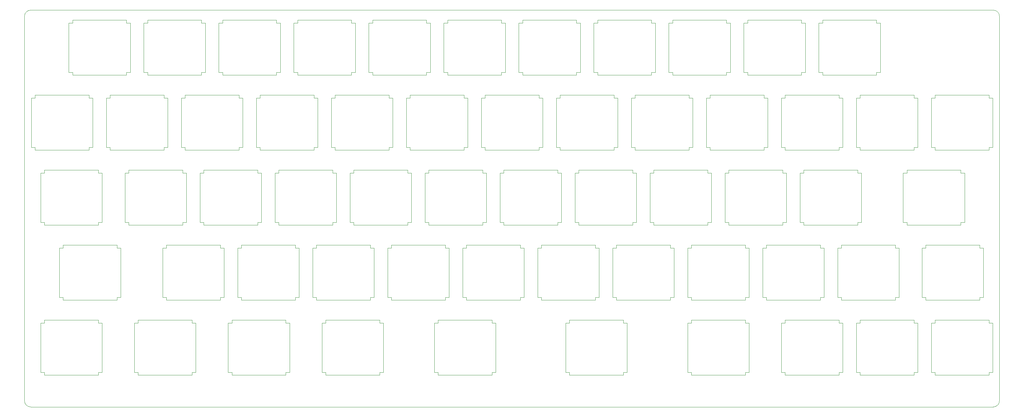
<source format=gbr>
G04 #@! TF.GenerationSoftware,KiCad,Pcbnew,(5.1.5-0-10_14)*
G04 #@! TF.CreationDate,2020-08-31T10:02:03-05:00*
G04 #@! TF.ProjectId,SithZhuyin40,53697468-5a68-4757-9969-6e34302e6b69,rev?*
G04 #@! TF.SameCoordinates,Original*
G04 #@! TF.FileFunction,Profile,NP*
%FSLAX46Y46*%
G04 Gerber Fmt 4.6, Leading zero omitted, Abs format (unit mm)*
G04 Created by KiCad (PCBNEW (5.1.5-0-10_14)) date 2020-08-31 10:02:03*
%MOMM*%
%LPD*%
G04 APERTURE LIST*
%ADD10C,0.050000*%
%ADD11C,0.120000*%
G04 APERTURE END LIST*
D10*
X32543750Y-46831250D02*
G75*
G02X34131250Y-45243750I1587500J0D01*
G01*
X32543750Y-53181250D02*
X32543750Y-46831250D01*
X43656250Y-45243750D02*
X34131250Y-45243750D01*
X278606250Y-45243750D02*
G75*
G02X280193750Y-46831250I0J-1587500D01*
G01*
X280193750Y-53181250D02*
X280193750Y-46831250D01*
X250031250Y-45243750D02*
X278606250Y-45243750D01*
X280193750Y-144462500D02*
G75*
G02X278606250Y-146050000I-1587500J0D01*
G01*
X34131250Y-146050000D02*
G75*
G02X32543750Y-144462500I0J1587500D01*
G01*
X280193750Y-144462500D02*
X280193750Y-53181250D01*
X34131250Y-146050000D02*
X278606250Y-146050000D01*
X32543750Y-53181250D02*
X32543750Y-144462500D01*
X250031250Y-45243750D02*
X43656250Y-45243750D01*
D11*
X263818750Y-124718750D02*
X263818750Y-123968750D01*
X263818750Y-123968750D02*
X277518750Y-123968750D01*
X277518750Y-123968750D02*
X277518750Y-124718750D01*
X277518750Y-124718750D02*
X278468750Y-124718750D01*
X278468750Y-124718750D02*
X278468750Y-137218750D01*
X278468750Y-137218750D02*
X277518750Y-137218750D01*
X277518750Y-137218750D02*
X277518750Y-137968750D01*
X277518750Y-137968750D02*
X263818750Y-137968750D01*
X263818750Y-137968750D02*
X263818750Y-137218750D01*
X263818750Y-137218750D02*
X262868750Y-137218750D01*
X262868750Y-137218750D02*
X262868750Y-124718750D01*
X262868750Y-124718750D02*
X263818750Y-124718750D01*
X244768750Y-124718750D02*
X244768750Y-123968750D01*
X244768750Y-123968750D02*
X258468750Y-123968750D01*
X258468750Y-123968750D02*
X258468750Y-124718750D01*
X258468750Y-124718750D02*
X259418750Y-124718750D01*
X259418750Y-124718750D02*
X259418750Y-137218750D01*
X259418750Y-137218750D02*
X258468750Y-137218750D01*
X258468750Y-137218750D02*
X258468750Y-137968750D01*
X258468750Y-137968750D02*
X244768750Y-137968750D01*
X244768750Y-137968750D02*
X244768750Y-137218750D01*
X244768750Y-137218750D02*
X243818750Y-137218750D01*
X243818750Y-137218750D02*
X243818750Y-124718750D01*
X243818750Y-124718750D02*
X244768750Y-124718750D01*
X225718750Y-124718750D02*
X225718750Y-123968750D01*
X225718750Y-123968750D02*
X239418750Y-123968750D01*
X239418750Y-123968750D02*
X239418750Y-124718750D01*
X239418750Y-124718750D02*
X240368750Y-124718750D01*
X240368750Y-124718750D02*
X240368750Y-137218750D01*
X240368750Y-137218750D02*
X239418750Y-137218750D01*
X239418750Y-137218750D02*
X239418750Y-137968750D01*
X239418750Y-137968750D02*
X225718750Y-137968750D01*
X225718750Y-137968750D02*
X225718750Y-137218750D01*
X225718750Y-137218750D02*
X224768750Y-137218750D01*
X224768750Y-137218750D02*
X224768750Y-124718750D01*
X224768750Y-124718750D02*
X225718750Y-124718750D01*
X201906250Y-124718750D02*
X201906250Y-123968750D01*
X201906250Y-123968750D02*
X215606250Y-123968750D01*
X215606250Y-123968750D02*
X215606250Y-124718750D01*
X215606250Y-124718750D02*
X216556250Y-124718750D01*
X216556250Y-124718750D02*
X216556250Y-137218750D01*
X216556250Y-137218750D02*
X215606250Y-137218750D01*
X215606250Y-137218750D02*
X215606250Y-137968750D01*
X215606250Y-137968750D02*
X201906250Y-137968750D01*
X201906250Y-137968750D02*
X201906250Y-137218750D01*
X201906250Y-137218750D02*
X200956250Y-137218750D01*
X200956250Y-137218750D02*
X200956250Y-124718750D01*
X200956250Y-124718750D02*
X201906250Y-124718750D01*
X170950000Y-124718750D02*
X170950000Y-123968750D01*
X170950000Y-123968750D02*
X184650000Y-123968750D01*
X184650000Y-123968750D02*
X184650000Y-124718750D01*
X184650000Y-124718750D02*
X185600000Y-124718750D01*
X185600000Y-124718750D02*
X185600000Y-137218750D01*
X185600000Y-137218750D02*
X184650000Y-137218750D01*
X184650000Y-137218750D02*
X184650000Y-137968750D01*
X184650000Y-137968750D02*
X170950000Y-137968750D01*
X170950000Y-137968750D02*
X170950000Y-137218750D01*
X170950000Y-137218750D02*
X170000000Y-137218750D01*
X170000000Y-137218750D02*
X170000000Y-124718750D01*
X170000000Y-124718750D02*
X170950000Y-124718750D01*
X137612500Y-124718750D02*
X137612500Y-123968750D01*
X137612500Y-123968750D02*
X151312500Y-123968750D01*
X151312500Y-123968750D02*
X151312500Y-124718750D01*
X151312500Y-124718750D02*
X152262500Y-124718750D01*
X152262500Y-124718750D02*
X152262500Y-137218750D01*
X152262500Y-137218750D02*
X151312500Y-137218750D01*
X151312500Y-137218750D02*
X151312500Y-137968750D01*
X151312500Y-137968750D02*
X137612500Y-137968750D01*
X137612500Y-137968750D02*
X137612500Y-137218750D01*
X137612500Y-137218750D02*
X136662500Y-137218750D01*
X136662500Y-137218750D02*
X136662500Y-124718750D01*
X136662500Y-124718750D02*
X137612500Y-124718750D01*
X109037500Y-124718750D02*
X109037500Y-123968750D01*
X109037500Y-123968750D02*
X122737500Y-123968750D01*
X122737500Y-123968750D02*
X122737500Y-124718750D01*
X122737500Y-124718750D02*
X123687500Y-124718750D01*
X123687500Y-124718750D02*
X123687500Y-137218750D01*
X123687500Y-137218750D02*
X122737500Y-137218750D01*
X122737500Y-137218750D02*
X122737500Y-137968750D01*
X122737500Y-137968750D02*
X109037500Y-137968750D01*
X109037500Y-137968750D02*
X109037500Y-137218750D01*
X109037500Y-137218750D02*
X108087500Y-137218750D01*
X108087500Y-137218750D02*
X108087500Y-124718750D01*
X108087500Y-124718750D02*
X109037500Y-124718750D01*
X85225000Y-124718750D02*
X85225000Y-123968750D01*
X85225000Y-123968750D02*
X98925000Y-123968750D01*
X98925000Y-123968750D02*
X98925000Y-124718750D01*
X98925000Y-124718750D02*
X99875000Y-124718750D01*
X99875000Y-124718750D02*
X99875000Y-137218750D01*
X99875000Y-137218750D02*
X98925000Y-137218750D01*
X98925000Y-137218750D02*
X98925000Y-137968750D01*
X98925000Y-137968750D02*
X85225000Y-137968750D01*
X85225000Y-137968750D02*
X85225000Y-137218750D01*
X85225000Y-137218750D02*
X84275000Y-137218750D01*
X84275000Y-137218750D02*
X84275000Y-124718750D01*
X84275000Y-124718750D02*
X85225000Y-124718750D01*
X61412500Y-124718750D02*
X61412500Y-123968750D01*
X61412500Y-123968750D02*
X75112500Y-123968750D01*
X75112500Y-123968750D02*
X75112500Y-124718750D01*
X75112500Y-124718750D02*
X76062500Y-124718750D01*
X76062500Y-124718750D02*
X76062500Y-137218750D01*
X76062500Y-137218750D02*
X75112500Y-137218750D01*
X75112500Y-137218750D02*
X75112500Y-137968750D01*
X75112500Y-137968750D02*
X61412500Y-137968750D01*
X61412500Y-137968750D02*
X61412500Y-137218750D01*
X61412500Y-137218750D02*
X60462500Y-137218750D01*
X60462500Y-137218750D02*
X60462500Y-124718750D01*
X60462500Y-124718750D02*
X61412500Y-124718750D01*
X37600000Y-124718750D02*
X37600000Y-123968750D01*
X37600000Y-123968750D02*
X51300000Y-123968750D01*
X51300000Y-123968750D02*
X51300000Y-124718750D01*
X51300000Y-124718750D02*
X52250000Y-124718750D01*
X52250000Y-124718750D02*
X52250000Y-137218750D01*
X52250000Y-137218750D02*
X51300000Y-137218750D01*
X51300000Y-137218750D02*
X51300000Y-137968750D01*
X51300000Y-137968750D02*
X37600000Y-137968750D01*
X37600000Y-137968750D02*
X37600000Y-137218750D01*
X37600000Y-137218750D02*
X36650000Y-137218750D01*
X36650000Y-137218750D02*
X36650000Y-124718750D01*
X36650000Y-124718750D02*
X37600000Y-124718750D01*
X261437500Y-105668750D02*
X261437500Y-104918750D01*
X261437500Y-104918750D02*
X275137500Y-104918750D01*
X275137500Y-104918750D02*
X275137500Y-105668750D01*
X275137500Y-105668750D02*
X276087500Y-105668750D01*
X276087500Y-105668750D02*
X276087500Y-118168750D01*
X276087500Y-118168750D02*
X275137500Y-118168750D01*
X275137500Y-118168750D02*
X275137500Y-118918750D01*
X275137500Y-118918750D02*
X261437500Y-118918750D01*
X261437500Y-118918750D02*
X261437500Y-118168750D01*
X261437500Y-118168750D02*
X260487500Y-118168750D01*
X260487500Y-118168750D02*
X260487500Y-105668750D01*
X260487500Y-105668750D02*
X261437500Y-105668750D01*
X240006250Y-105668750D02*
X240006250Y-104918750D01*
X240006250Y-104918750D02*
X253706250Y-104918750D01*
X253706250Y-104918750D02*
X253706250Y-105668750D01*
X253706250Y-105668750D02*
X254656250Y-105668750D01*
X254656250Y-105668750D02*
X254656250Y-118168750D01*
X254656250Y-118168750D02*
X253706250Y-118168750D01*
X253706250Y-118168750D02*
X253706250Y-118918750D01*
X253706250Y-118918750D02*
X240006250Y-118918750D01*
X240006250Y-118918750D02*
X240006250Y-118168750D01*
X240006250Y-118168750D02*
X239056250Y-118168750D01*
X239056250Y-118168750D02*
X239056250Y-105668750D01*
X239056250Y-105668750D02*
X240006250Y-105668750D01*
X220956250Y-105668750D02*
X220956250Y-104918750D01*
X220956250Y-104918750D02*
X234656250Y-104918750D01*
X234656250Y-104918750D02*
X234656250Y-105668750D01*
X234656250Y-105668750D02*
X235606250Y-105668750D01*
X235606250Y-105668750D02*
X235606250Y-118168750D01*
X235606250Y-118168750D02*
X234656250Y-118168750D01*
X234656250Y-118168750D02*
X234656250Y-118918750D01*
X234656250Y-118918750D02*
X220956250Y-118918750D01*
X220956250Y-118918750D02*
X220956250Y-118168750D01*
X220956250Y-118168750D02*
X220006250Y-118168750D01*
X220006250Y-118168750D02*
X220006250Y-105668750D01*
X220006250Y-105668750D02*
X220956250Y-105668750D01*
X201906250Y-105668750D02*
X201906250Y-104918750D01*
X201906250Y-104918750D02*
X215606250Y-104918750D01*
X215606250Y-104918750D02*
X215606250Y-105668750D01*
X215606250Y-105668750D02*
X216556250Y-105668750D01*
X216556250Y-105668750D02*
X216556250Y-118168750D01*
X216556250Y-118168750D02*
X215606250Y-118168750D01*
X215606250Y-118168750D02*
X215606250Y-118918750D01*
X215606250Y-118918750D02*
X201906250Y-118918750D01*
X201906250Y-118918750D02*
X201906250Y-118168750D01*
X201906250Y-118168750D02*
X200956250Y-118168750D01*
X200956250Y-118168750D02*
X200956250Y-105668750D01*
X200956250Y-105668750D02*
X201906250Y-105668750D01*
X182856250Y-105668750D02*
X182856250Y-104918750D01*
X182856250Y-104918750D02*
X196556250Y-104918750D01*
X196556250Y-104918750D02*
X196556250Y-105668750D01*
X196556250Y-105668750D02*
X197506250Y-105668750D01*
X197506250Y-105668750D02*
X197506250Y-118168750D01*
X197506250Y-118168750D02*
X196556250Y-118168750D01*
X196556250Y-118168750D02*
X196556250Y-118918750D01*
X196556250Y-118918750D02*
X182856250Y-118918750D01*
X182856250Y-118918750D02*
X182856250Y-118168750D01*
X182856250Y-118168750D02*
X181906250Y-118168750D01*
X181906250Y-118168750D02*
X181906250Y-105668750D01*
X181906250Y-105668750D02*
X182856250Y-105668750D01*
X163806250Y-105668750D02*
X163806250Y-104918750D01*
X163806250Y-104918750D02*
X177506250Y-104918750D01*
X177506250Y-104918750D02*
X177506250Y-105668750D01*
X177506250Y-105668750D02*
X178456250Y-105668750D01*
X178456250Y-105668750D02*
X178456250Y-118168750D01*
X178456250Y-118168750D02*
X177506250Y-118168750D01*
X177506250Y-118168750D02*
X177506250Y-118918750D01*
X177506250Y-118918750D02*
X163806250Y-118918750D01*
X163806250Y-118918750D02*
X163806250Y-118168750D01*
X163806250Y-118168750D02*
X162856250Y-118168750D01*
X162856250Y-118168750D02*
X162856250Y-105668750D01*
X162856250Y-105668750D02*
X163806250Y-105668750D01*
X144756250Y-105668750D02*
X144756250Y-104918750D01*
X144756250Y-104918750D02*
X158456250Y-104918750D01*
X158456250Y-104918750D02*
X158456250Y-105668750D01*
X158456250Y-105668750D02*
X159406250Y-105668750D01*
X159406250Y-105668750D02*
X159406250Y-118168750D01*
X159406250Y-118168750D02*
X158456250Y-118168750D01*
X158456250Y-118168750D02*
X158456250Y-118918750D01*
X158456250Y-118918750D02*
X144756250Y-118918750D01*
X144756250Y-118918750D02*
X144756250Y-118168750D01*
X144756250Y-118168750D02*
X143806250Y-118168750D01*
X143806250Y-118168750D02*
X143806250Y-105668750D01*
X143806250Y-105668750D02*
X144756250Y-105668750D01*
X125706250Y-105668750D02*
X125706250Y-104918750D01*
X125706250Y-104918750D02*
X139406250Y-104918750D01*
X139406250Y-104918750D02*
X139406250Y-105668750D01*
X139406250Y-105668750D02*
X140356250Y-105668750D01*
X140356250Y-105668750D02*
X140356250Y-118168750D01*
X140356250Y-118168750D02*
X139406250Y-118168750D01*
X139406250Y-118168750D02*
X139406250Y-118918750D01*
X139406250Y-118918750D02*
X125706250Y-118918750D01*
X125706250Y-118918750D02*
X125706250Y-118168750D01*
X125706250Y-118168750D02*
X124756250Y-118168750D01*
X124756250Y-118168750D02*
X124756250Y-105668750D01*
X124756250Y-105668750D02*
X125706250Y-105668750D01*
X106656250Y-105668750D02*
X106656250Y-104918750D01*
X106656250Y-104918750D02*
X120356250Y-104918750D01*
X120356250Y-104918750D02*
X120356250Y-105668750D01*
X120356250Y-105668750D02*
X121306250Y-105668750D01*
X121306250Y-105668750D02*
X121306250Y-118168750D01*
X121306250Y-118168750D02*
X120356250Y-118168750D01*
X120356250Y-118168750D02*
X120356250Y-118918750D01*
X120356250Y-118918750D02*
X106656250Y-118918750D01*
X106656250Y-118918750D02*
X106656250Y-118168750D01*
X106656250Y-118168750D02*
X105706250Y-118168750D01*
X105706250Y-118168750D02*
X105706250Y-105668750D01*
X105706250Y-105668750D02*
X106656250Y-105668750D01*
X87606250Y-105668750D02*
X87606250Y-104918750D01*
X87606250Y-104918750D02*
X101306250Y-104918750D01*
X101306250Y-104918750D02*
X101306250Y-105668750D01*
X101306250Y-105668750D02*
X102256250Y-105668750D01*
X102256250Y-105668750D02*
X102256250Y-118168750D01*
X102256250Y-118168750D02*
X101306250Y-118168750D01*
X101306250Y-118168750D02*
X101306250Y-118918750D01*
X101306250Y-118918750D02*
X87606250Y-118918750D01*
X87606250Y-118918750D02*
X87606250Y-118168750D01*
X87606250Y-118168750D02*
X86656250Y-118168750D01*
X86656250Y-118168750D02*
X86656250Y-105668750D01*
X86656250Y-105668750D02*
X87606250Y-105668750D01*
X68556250Y-105668750D02*
X68556250Y-104918750D01*
X68556250Y-104918750D02*
X82256250Y-104918750D01*
X82256250Y-104918750D02*
X82256250Y-105668750D01*
X82256250Y-105668750D02*
X83206250Y-105668750D01*
X83206250Y-105668750D02*
X83206250Y-118168750D01*
X83206250Y-118168750D02*
X82256250Y-118168750D01*
X82256250Y-118168750D02*
X82256250Y-118918750D01*
X82256250Y-118918750D02*
X68556250Y-118918750D01*
X68556250Y-118918750D02*
X68556250Y-118168750D01*
X68556250Y-118168750D02*
X67606250Y-118168750D01*
X67606250Y-118168750D02*
X67606250Y-105668750D01*
X67606250Y-105668750D02*
X68556250Y-105668750D01*
X42362500Y-105668750D02*
X42362500Y-104918750D01*
X42362500Y-104918750D02*
X56062500Y-104918750D01*
X56062500Y-104918750D02*
X56062500Y-105668750D01*
X56062500Y-105668750D02*
X57012500Y-105668750D01*
X57012500Y-105668750D02*
X57012500Y-118168750D01*
X57012500Y-118168750D02*
X56062500Y-118168750D01*
X56062500Y-118168750D02*
X56062500Y-118918750D01*
X56062500Y-118918750D02*
X42362500Y-118918750D01*
X42362500Y-118918750D02*
X42362500Y-118168750D01*
X42362500Y-118168750D02*
X41412500Y-118168750D01*
X41412500Y-118168750D02*
X41412500Y-105668750D01*
X41412500Y-105668750D02*
X42362500Y-105668750D01*
X256675000Y-86618750D02*
X256675000Y-85868750D01*
X256675000Y-85868750D02*
X270375000Y-85868750D01*
X270375000Y-85868750D02*
X270375000Y-86618750D01*
X270375000Y-86618750D02*
X271325000Y-86618750D01*
X271325000Y-86618750D02*
X271325000Y-99118750D01*
X271325000Y-99118750D02*
X270375000Y-99118750D01*
X270375000Y-99118750D02*
X270375000Y-99868750D01*
X270375000Y-99868750D02*
X256675000Y-99868750D01*
X256675000Y-99868750D02*
X256675000Y-99118750D01*
X256675000Y-99118750D02*
X255725000Y-99118750D01*
X255725000Y-99118750D02*
X255725000Y-86618750D01*
X255725000Y-86618750D02*
X256675000Y-86618750D01*
X230481250Y-86618750D02*
X230481250Y-85868750D01*
X230481250Y-85868750D02*
X244181250Y-85868750D01*
X244181250Y-85868750D02*
X244181250Y-86618750D01*
X244181250Y-86618750D02*
X245131250Y-86618750D01*
X245131250Y-86618750D02*
X245131250Y-99118750D01*
X245131250Y-99118750D02*
X244181250Y-99118750D01*
X244181250Y-99118750D02*
X244181250Y-99868750D01*
X244181250Y-99868750D02*
X230481250Y-99868750D01*
X230481250Y-99868750D02*
X230481250Y-99118750D01*
X230481250Y-99118750D02*
X229531250Y-99118750D01*
X229531250Y-99118750D02*
X229531250Y-86618750D01*
X229531250Y-86618750D02*
X230481250Y-86618750D01*
X211431250Y-86618750D02*
X211431250Y-85868750D01*
X211431250Y-85868750D02*
X225131250Y-85868750D01*
X225131250Y-85868750D02*
X225131250Y-86618750D01*
X225131250Y-86618750D02*
X226081250Y-86618750D01*
X226081250Y-86618750D02*
X226081250Y-99118750D01*
X226081250Y-99118750D02*
X225131250Y-99118750D01*
X225131250Y-99118750D02*
X225131250Y-99868750D01*
X225131250Y-99868750D02*
X211431250Y-99868750D01*
X211431250Y-99868750D02*
X211431250Y-99118750D01*
X211431250Y-99118750D02*
X210481250Y-99118750D01*
X210481250Y-99118750D02*
X210481250Y-86618750D01*
X210481250Y-86618750D02*
X211431250Y-86618750D01*
X192381250Y-86618750D02*
X192381250Y-85868750D01*
X192381250Y-85868750D02*
X206081250Y-85868750D01*
X206081250Y-85868750D02*
X206081250Y-86618750D01*
X206081250Y-86618750D02*
X207031250Y-86618750D01*
X207031250Y-86618750D02*
X207031250Y-99118750D01*
X207031250Y-99118750D02*
X206081250Y-99118750D01*
X206081250Y-99118750D02*
X206081250Y-99868750D01*
X206081250Y-99868750D02*
X192381250Y-99868750D01*
X192381250Y-99868750D02*
X192381250Y-99118750D01*
X192381250Y-99118750D02*
X191431250Y-99118750D01*
X191431250Y-99118750D02*
X191431250Y-86618750D01*
X191431250Y-86618750D02*
X192381250Y-86618750D01*
X173331250Y-86618750D02*
X173331250Y-85868750D01*
X173331250Y-85868750D02*
X187031250Y-85868750D01*
X187031250Y-85868750D02*
X187031250Y-86618750D01*
X187031250Y-86618750D02*
X187981250Y-86618750D01*
X187981250Y-86618750D02*
X187981250Y-99118750D01*
X187981250Y-99118750D02*
X187031250Y-99118750D01*
X187031250Y-99118750D02*
X187031250Y-99868750D01*
X187031250Y-99868750D02*
X173331250Y-99868750D01*
X173331250Y-99868750D02*
X173331250Y-99118750D01*
X173331250Y-99118750D02*
X172381250Y-99118750D01*
X172381250Y-99118750D02*
X172381250Y-86618750D01*
X172381250Y-86618750D02*
X173331250Y-86618750D01*
X154281250Y-86618750D02*
X154281250Y-85868750D01*
X154281250Y-85868750D02*
X167981250Y-85868750D01*
X167981250Y-85868750D02*
X167981250Y-86618750D01*
X167981250Y-86618750D02*
X168931250Y-86618750D01*
X168931250Y-86618750D02*
X168931250Y-99118750D01*
X168931250Y-99118750D02*
X167981250Y-99118750D01*
X167981250Y-99118750D02*
X167981250Y-99868750D01*
X167981250Y-99868750D02*
X154281250Y-99868750D01*
X154281250Y-99868750D02*
X154281250Y-99118750D01*
X154281250Y-99118750D02*
X153331250Y-99118750D01*
X153331250Y-99118750D02*
X153331250Y-86618750D01*
X153331250Y-86618750D02*
X154281250Y-86618750D01*
X135231250Y-86618750D02*
X135231250Y-85868750D01*
X135231250Y-85868750D02*
X148931250Y-85868750D01*
X148931250Y-85868750D02*
X148931250Y-86618750D01*
X148931250Y-86618750D02*
X149881250Y-86618750D01*
X149881250Y-86618750D02*
X149881250Y-99118750D01*
X149881250Y-99118750D02*
X148931250Y-99118750D01*
X148931250Y-99118750D02*
X148931250Y-99868750D01*
X148931250Y-99868750D02*
X135231250Y-99868750D01*
X135231250Y-99868750D02*
X135231250Y-99118750D01*
X135231250Y-99118750D02*
X134281250Y-99118750D01*
X134281250Y-99118750D02*
X134281250Y-86618750D01*
X134281250Y-86618750D02*
X135231250Y-86618750D01*
X116181250Y-86618750D02*
X116181250Y-85868750D01*
X116181250Y-85868750D02*
X129881250Y-85868750D01*
X129881250Y-85868750D02*
X129881250Y-86618750D01*
X129881250Y-86618750D02*
X130831250Y-86618750D01*
X130831250Y-86618750D02*
X130831250Y-99118750D01*
X130831250Y-99118750D02*
X129881250Y-99118750D01*
X129881250Y-99118750D02*
X129881250Y-99868750D01*
X129881250Y-99868750D02*
X116181250Y-99868750D01*
X116181250Y-99868750D02*
X116181250Y-99118750D01*
X116181250Y-99118750D02*
X115231250Y-99118750D01*
X115231250Y-99118750D02*
X115231250Y-86618750D01*
X115231250Y-86618750D02*
X116181250Y-86618750D01*
X97131250Y-86618750D02*
X97131250Y-85868750D01*
X97131250Y-85868750D02*
X110831250Y-85868750D01*
X110831250Y-85868750D02*
X110831250Y-86618750D01*
X110831250Y-86618750D02*
X111781250Y-86618750D01*
X111781250Y-86618750D02*
X111781250Y-99118750D01*
X111781250Y-99118750D02*
X110831250Y-99118750D01*
X110831250Y-99118750D02*
X110831250Y-99868750D01*
X110831250Y-99868750D02*
X97131250Y-99868750D01*
X97131250Y-99868750D02*
X97131250Y-99118750D01*
X97131250Y-99118750D02*
X96181250Y-99118750D01*
X96181250Y-99118750D02*
X96181250Y-86618750D01*
X96181250Y-86618750D02*
X97131250Y-86618750D01*
X78081250Y-86618750D02*
X78081250Y-85868750D01*
X78081250Y-85868750D02*
X91781250Y-85868750D01*
X91781250Y-85868750D02*
X91781250Y-86618750D01*
X91781250Y-86618750D02*
X92731250Y-86618750D01*
X92731250Y-86618750D02*
X92731250Y-99118750D01*
X92731250Y-99118750D02*
X91781250Y-99118750D01*
X91781250Y-99118750D02*
X91781250Y-99868750D01*
X91781250Y-99868750D02*
X78081250Y-99868750D01*
X78081250Y-99868750D02*
X78081250Y-99118750D01*
X78081250Y-99118750D02*
X77131250Y-99118750D01*
X77131250Y-99118750D02*
X77131250Y-86618750D01*
X77131250Y-86618750D02*
X78081250Y-86618750D01*
X59031250Y-86618750D02*
X59031250Y-85868750D01*
X59031250Y-85868750D02*
X72731250Y-85868750D01*
X72731250Y-85868750D02*
X72731250Y-86618750D01*
X72731250Y-86618750D02*
X73681250Y-86618750D01*
X73681250Y-86618750D02*
X73681250Y-99118750D01*
X73681250Y-99118750D02*
X72731250Y-99118750D01*
X72731250Y-99118750D02*
X72731250Y-99868750D01*
X72731250Y-99868750D02*
X59031250Y-99868750D01*
X59031250Y-99868750D02*
X59031250Y-99118750D01*
X59031250Y-99118750D02*
X58081250Y-99118750D01*
X58081250Y-99118750D02*
X58081250Y-86618750D01*
X58081250Y-86618750D02*
X59031250Y-86618750D01*
X37600000Y-86618750D02*
X37600000Y-85868750D01*
X37600000Y-85868750D02*
X51300000Y-85868750D01*
X51300000Y-85868750D02*
X51300000Y-86618750D01*
X51300000Y-86618750D02*
X52250000Y-86618750D01*
X52250000Y-86618750D02*
X52250000Y-99118750D01*
X52250000Y-99118750D02*
X51300000Y-99118750D01*
X51300000Y-99118750D02*
X51300000Y-99868750D01*
X51300000Y-99868750D02*
X37600000Y-99868750D01*
X37600000Y-99868750D02*
X37600000Y-99118750D01*
X37600000Y-99118750D02*
X36650000Y-99118750D01*
X36650000Y-99118750D02*
X36650000Y-86618750D01*
X36650000Y-86618750D02*
X37600000Y-86618750D01*
X263818750Y-67568750D02*
X263818750Y-66818750D01*
X263818750Y-66818750D02*
X277518750Y-66818750D01*
X277518750Y-66818750D02*
X277518750Y-67568750D01*
X277518750Y-67568750D02*
X278468750Y-67568750D01*
X278468750Y-67568750D02*
X278468750Y-80068750D01*
X278468750Y-80068750D02*
X277518750Y-80068750D01*
X277518750Y-80068750D02*
X277518750Y-80818750D01*
X277518750Y-80818750D02*
X263818750Y-80818750D01*
X263818750Y-80818750D02*
X263818750Y-80068750D01*
X263818750Y-80068750D02*
X262868750Y-80068750D01*
X262868750Y-80068750D02*
X262868750Y-67568750D01*
X262868750Y-67568750D02*
X263818750Y-67568750D01*
X225718750Y-67568750D02*
X225718750Y-66818750D01*
X225718750Y-66818750D02*
X239418750Y-66818750D01*
X239418750Y-66818750D02*
X239418750Y-67568750D01*
X239418750Y-67568750D02*
X240368750Y-67568750D01*
X240368750Y-67568750D02*
X240368750Y-80068750D01*
X240368750Y-80068750D02*
X239418750Y-80068750D01*
X239418750Y-80068750D02*
X239418750Y-80818750D01*
X239418750Y-80818750D02*
X225718750Y-80818750D01*
X225718750Y-80818750D02*
X225718750Y-80068750D01*
X225718750Y-80068750D02*
X224768750Y-80068750D01*
X224768750Y-80068750D02*
X224768750Y-67568750D01*
X224768750Y-67568750D02*
X225718750Y-67568750D01*
X206668750Y-67568750D02*
X206668750Y-66818750D01*
X206668750Y-66818750D02*
X220368750Y-66818750D01*
X220368750Y-66818750D02*
X220368750Y-67568750D01*
X220368750Y-67568750D02*
X221318750Y-67568750D01*
X221318750Y-67568750D02*
X221318750Y-80068750D01*
X221318750Y-80068750D02*
X220368750Y-80068750D01*
X220368750Y-80068750D02*
X220368750Y-80818750D01*
X220368750Y-80818750D02*
X206668750Y-80818750D01*
X206668750Y-80818750D02*
X206668750Y-80068750D01*
X206668750Y-80068750D02*
X205718750Y-80068750D01*
X205718750Y-80068750D02*
X205718750Y-67568750D01*
X205718750Y-67568750D02*
X206668750Y-67568750D01*
X187618750Y-67568750D02*
X187618750Y-66818750D01*
X187618750Y-66818750D02*
X201318750Y-66818750D01*
X201318750Y-66818750D02*
X201318750Y-67568750D01*
X201318750Y-67568750D02*
X202268750Y-67568750D01*
X202268750Y-67568750D02*
X202268750Y-80068750D01*
X202268750Y-80068750D02*
X201318750Y-80068750D01*
X201318750Y-80068750D02*
X201318750Y-80818750D01*
X201318750Y-80818750D02*
X187618750Y-80818750D01*
X187618750Y-80818750D02*
X187618750Y-80068750D01*
X187618750Y-80068750D02*
X186668750Y-80068750D01*
X186668750Y-80068750D02*
X186668750Y-67568750D01*
X186668750Y-67568750D02*
X187618750Y-67568750D01*
X168568750Y-67568750D02*
X168568750Y-66818750D01*
X168568750Y-66818750D02*
X182268750Y-66818750D01*
X182268750Y-66818750D02*
X182268750Y-67568750D01*
X182268750Y-67568750D02*
X183218750Y-67568750D01*
X183218750Y-67568750D02*
X183218750Y-80068750D01*
X183218750Y-80068750D02*
X182268750Y-80068750D01*
X182268750Y-80068750D02*
X182268750Y-80818750D01*
X182268750Y-80818750D02*
X168568750Y-80818750D01*
X168568750Y-80818750D02*
X168568750Y-80068750D01*
X168568750Y-80068750D02*
X167618750Y-80068750D01*
X167618750Y-80068750D02*
X167618750Y-67568750D01*
X167618750Y-67568750D02*
X168568750Y-67568750D01*
X149518750Y-67568750D02*
X149518750Y-66818750D01*
X149518750Y-66818750D02*
X163218750Y-66818750D01*
X163218750Y-66818750D02*
X163218750Y-67568750D01*
X163218750Y-67568750D02*
X164168750Y-67568750D01*
X164168750Y-67568750D02*
X164168750Y-80068750D01*
X164168750Y-80068750D02*
X163218750Y-80068750D01*
X163218750Y-80068750D02*
X163218750Y-80818750D01*
X163218750Y-80818750D02*
X149518750Y-80818750D01*
X149518750Y-80818750D02*
X149518750Y-80068750D01*
X149518750Y-80068750D02*
X148568750Y-80068750D01*
X148568750Y-80068750D02*
X148568750Y-67568750D01*
X148568750Y-67568750D02*
X149518750Y-67568750D01*
X130468750Y-67568750D02*
X130468750Y-66818750D01*
X130468750Y-66818750D02*
X144168750Y-66818750D01*
X144168750Y-66818750D02*
X144168750Y-67568750D01*
X144168750Y-67568750D02*
X145118750Y-67568750D01*
X145118750Y-67568750D02*
X145118750Y-80068750D01*
X145118750Y-80068750D02*
X144168750Y-80068750D01*
X144168750Y-80068750D02*
X144168750Y-80818750D01*
X144168750Y-80818750D02*
X130468750Y-80818750D01*
X130468750Y-80818750D02*
X130468750Y-80068750D01*
X130468750Y-80068750D02*
X129518750Y-80068750D01*
X129518750Y-80068750D02*
X129518750Y-67568750D01*
X129518750Y-67568750D02*
X130468750Y-67568750D01*
X111418750Y-67568750D02*
X111418750Y-66818750D01*
X111418750Y-66818750D02*
X125118750Y-66818750D01*
X125118750Y-66818750D02*
X125118750Y-67568750D01*
X125118750Y-67568750D02*
X126068750Y-67568750D01*
X126068750Y-67568750D02*
X126068750Y-80068750D01*
X126068750Y-80068750D02*
X125118750Y-80068750D01*
X125118750Y-80068750D02*
X125118750Y-80818750D01*
X125118750Y-80818750D02*
X111418750Y-80818750D01*
X111418750Y-80818750D02*
X111418750Y-80068750D01*
X111418750Y-80068750D02*
X110468750Y-80068750D01*
X110468750Y-80068750D02*
X110468750Y-67568750D01*
X110468750Y-67568750D02*
X111418750Y-67568750D01*
X92368750Y-67568750D02*
X92368750Y-66818750D01*
X92368750Y-66818750D02*
X106068750Y-66818750D01*
X106068750Y-66818750D02*
X106068750Y-67568750D01*
X106068750Y-67568750D02*
X107018750Y-67568750D01*
X107018750Y-67568750D02*
X107018750Y-80068750D01*
X107018750Y-80068750D02*
X106068750Y-80068750D01*
X106068750Y-80068750D02*
X106068750Y-80818750D01*
X106068750Y-80818750D02*
X92368750Y-80818750D01*
X92368750Y-80818750D02*
X92368750Y-80068750D01*
X92368750Y-80068750D02*
X91418750Y-80068750D01*
X91418750Y-80068750D02*
X91418750Y-67568750D01*
X91418750Y-67568750D02*
X92368750Y-67568750D01*
X73318750Y-67568750D02*
X73318750Y-66818750D01*
X73318750Y-66818750D02*
X87018750Y-66818750D01*
X87018750Y-66818750D02*
X87018750Y-67568750D01*
X87018750Y-67568750D02*
X87968750Y-67568750D01*
X87968750Y-67568750D02*
X87968750Y-80068750D01*
X87968750Y-80068750D02*
X87018750Y-80068750D01*
X87018750Y-80068750D02*
X87018750Y-80818750D01*
X87018750Y-80818750D02*
X73318750Y-80818750D01*
X73318750Y-80818750D02*
X73318750Y-80068750D01*
X73318750Y-80068750D02*
X72368750Y-80068750D01*
X72368750Y-80068750D02*
X72368750Y-67568750D01*
X72368750Y-67568750D02*
X73318750Y-67568750D01*
X54268750Y-67568750D02*
X54268750Y-66818750D01*
X54268750Y-66818750D02*
X67968750Y-66818750D01*
X67968750Y-66818750D02*
X67968750Y-67568750D01*
X67968750Y-67568750D02*
X68918750Y-67568750D01*
X68918750Y-67568750D02*
X68918750Y-80068750D01*
X68918750Y-80068750D02*
X67968750Y-80068750D01*
X67968750Y-80068750D02*
X67968750Y-80818750D01*
X67968750Y-80818750D02*
X54268750Y-80818750D01*
X54268750Y-80818750D02*
X54268750Y-80068750D01*
X54268750Y-80068750D02*
X53318750Y-80068750D01*
X53318750Y-80068750D02*
X53318750Y-67568750D01*
X53318750Y-67568750D02*
X54268750Y-67568750D01*
X35218750Y-67568750D02*
X35218750Y-66818750D01*
X35218750Y-66818750D02*
X48918750Y-66818750D01*
X48918750Y-66818750D02*
X48918750Y-67568750D01*
X48918750Y-67568750D02*
X49868750Y-67568750D01*
X49868750Y-67568750D02*
X49868750Y-80068750D01*
X49868750Y-80068750D02*
X48918750Y-80068750D01*
X48918750Y-80068750D02*
X48918750Y-80818750D01*
X48918750Y-80818750D02*
X35218750Y-80818750D01*
X35218750Y-80818750D02*
X35218750Y-80068750D01*
X35218750Y-80068750D02*
X34268750Y-80068750D01*
X34268750Y-80068750D02*
X34268750Y-67568750D01*
X34268750Y-67568750D02*
X35218750Y-67568750D01*
X244768750Y-67568750D02*
X244768750Y-66818750D01*
X244768750Y-66818750D02*
X258468750Y-66818750D01*
X258468750Y-66818750D02*
X258468750Y-67568750D01*
X258468750Y-67568750D02*
X259418750Y-67568750D01*
X259418750Y-67568750D02*
X259418750Y-80068750D01*
X259418750Y-80068750D02*
X258468750Y-80068750D01*
X258468750Y-80068750D02*
X258468750Y-80818750D01*
X258468750Y-80818750D02*
X244768750Y-80818750D01*
X244768750Y-80818750D02*
X244768750Y-80068750D01*
X244768750Y-80068750D02*
X243818750Y-80068750D01*
X243818750Y-80068750D02*
X243818750Y-67568750D01*
X243818750Y-67568750D02*
X244768750Y-67568750D01*
X235243750Y-48518750D02*
X235243750Y-47768750D01*
X235243750Y-47768750D02*
X248943750Y-47768750D01*
X248943750Y-47768750D02*
X248943750Y-48518750D01*
X248943750Y-48518750D02*
X249893750Y-48518750D01*
X249893750Y-48518750D02*
X249893750Y-61018750D01*
X249893750Y-61018750D02*
X248943750Y-61018750D01*
X248943750Y-61018750D02*
X248943750Y-61768750D01*
X248943750Y-61768750D02*
X235243750Y-61768750D01*
X235243750Y-61768750D02*
X235243750Y-61018750D01*
X235243750Y-61018750D02*
X234293750Y-61018750D01*
X234293750Y-61018750D02*
X234293750Y-48518750D01*
X234293750Y-48518750D02*
X235243750Y-48518750D01*
X216193750Y-48518750D02*
X216193750Y-47768750D01*
X216193750Y-47768750D02*
X229893750Y-47768750D01*
X229893750Y-47768750D02*
X229893750Y-48518750D01*
X229893750Y-48518750D02*
X230843750Y-48518750D01*
X230843750Y-48518750D02*
X230843750Y-61018750D01*
X230843750Y-61018750D02*
X229893750Y-61018750D01*
X229893750Y-61018750D02*
X229893750Y-61768750D01*
X229893750Y-61768750D02*
X216193750Y-61768750D01*
X216193750Y-61768750D02*
X216193750Y-61018750D01*
X216193750Y-61018750D02*
X215243750Y-61018750D01*
X215243750Y-61018750D02*
X215243750Y-48518750D01*
X215243750Y-48518750D02*
X216193750Y-48518750D01*
X197143750Y-48518750D02*
X197143750Y-47768750D01*
X197143750Y-47768750D02*
X210843750Y-47768750D01*
X210843750Y-47768750D02*
X210843750Y-48518750D01*
X210843750Y-48518750D02*
X211793750Y-48518750D01*
X211793750Y-48518750D02*
X211793750Y-61018750D01*
X211793750Y-61018750D02*
X210843750Y-61018750D01*
X210843750Y-61018750D02*
X210843750Y-61768750D01*
X210843750Y-61768750D02*
X197143750Y-61768750D01*
X197143750Y-61768750D02*
X197143750Y-61018750D01*
X197143750Y-61018750D02*
X196193750Y-61018750D01*
X196193750Y-61018750D02*
X196193750Y-48518750D01*
X196193750Y-48518750D02*
X197143750Y-48518750D01*
X178093750Y-48518750D02*
X178093750Y-47768750D01*
X178093750Y-47768750D02*
X191793750Y-47768750D01*
X191793750Y-47768750D02*
X191793750Y-48518750D01*
X191793750Y-48518750D02*
X192743750Y-48518750D01*
X192743750Y-48518750D02*
X192743750Y-61018750D01*
X192743750Y-61018750D02*
X191793750Y-61018750D01*
X191793750Y-61018750D02*
X191793750Y-61768750D01*
X191793750Y-61768750D02*
X178093750Y-61768750D01*
X178093750Y-61768750D02*
X178093750Y-61018750D01*
X178093750Y-61018750D02*
X177143750Y-61018750D01*
X177143750Y-61018750D02*
X177143750Y-48518750D01*
X177143750Y-48518750D02*
X178093750Y-48518750D01*
X159043750Y-48518750D02*
X159043750Y-47768750D01*
X159043750Y-47768750D02*
X172743750Y-47768750D01*
X172743750Y-47768750D02*
X172743750Y-48518750D01*
X172743750Y-48518750D02*
X173693750Y-48518750D01*
X173693750Y-48518750D02*
X173693750Y-61018750D01*
X173693750Y-61018750D02*
X172743750Y-61018750D01*
X172743750Y-61018750D02*
X172743750Y-61768750D01*
X172743750Y-61768750D02*
X159043750Y-61768750D01*
X159043750Y-61768750D02*
X159043750Y-61018750D01*
X159043750Y-61018750D02*
X158093750Y-61018750D01*
X158093750Y-61018750D02*
X158093750Y-48518750D01*
X158093750Y-48518750D02*
X159043750Y-48518750D01*
X139993750Y-48518750D02*
X139993750Y-47768750D01*
X139993750Y-47768750D02*
X153693750Y-47768750D01*
X153693750Y-47768750D02*
X153693750Y-48518750D01*
X153693750Y-48518750D02*
X154643750Y-48518750D01*
X154643750Y-48518750D02*
X154643750Y-61018750D01*
X154643750Y-61018750D02*
X153693750Y-61018750D01*
X153693750Y-61018750D02*
X153693750Y-61768750D01*
X153693750Y-61768750D02*
X139993750Y-61768750D01*
X139993750Y-61768750D02*
X139993750Y-61018750D01*
X139993750Y-61018750D02*
X139043750Y-61018750D01*
X139043750Y-61018750D02*
X139043750Y-48518750D01*
X139043750Y-48518750D02*
X139993750Y-48518750D01*
X120943750Y-48518750D02*
X120943750Y-47768750D01*
X120943750Y-47768750D02*
X134643750Y-47768750D01*
X134643750Y-47768750D02*
X134643750Y-48518750D01*
X134643750Y-48518750D02*
X135593750Y-48518750D01*
X135593750Y-48518750D02*
X135593750Y-61018750D01*
X135593750Y-61018750D02*
X134643750Y-61018750D01*
X134643750Y-61018750D02*
X134643750Y-61768750D01*
X134643750Y-61768750D02*
X120943750Y-61768750D01*
X120943750Y-61768750D02*
X120943750Y-61018750D01*
X120943750Y-61018750D02*
X119993750Y-61018750D01*
X119993750Y-61018750D02*
X119993750Y-48518750D01*
X119993750Y-48518750D02*
X120943750Y-48518750D01*
X101893750Y-48518750D02*
X101893750Y-47768750D01*
X101893750Y-47768750D02*
X115593750Y-47768750D01*
X115593750Y-47768750D02*
X115593750Y-48518750D01*
X115593750Y-48518750D02*
X116543750Y-48518750D01*
X116543750Y-48518750D02*
X116543750Y-61018750D01*
X116543750Y-61018750D02*
X115593750Y-61018750D01*
X115593750Y-61018750D02*
X115593750Y-61768750D01*
X115593750Y-61768750D02*
X101893750Y-61768750D01*
X101893750Y-61768750D02*
X101893750Y-61018750D01*
X101893750Y-61018750D02*
X100943750Y-61018750D01*
X100943750Y-61018750D02*
X100943750Y-48518750D01*
X100943750Y-48518750D02*
X101893750Y-48518750D01*
X82843750Y-48518750D02*
X82843750Y-47768750D01*
X82843750Y-47768750D02*
X96543750Y-47768750D01*
X96543750Y-47768750D02*
X96543750Y-48518750D01*
X96543750Y-48518750D02*
X97493750Y-48518750D01*
X97493750Y-48518750D02*
X97493750Y-61018750D01*
X97493750Y-61018750D02*
X96543750Y-61018750D01*
X96543750Y-61018750D02*
X96543750Y-61768750D01*
X96543750Y-61768750D02*
X82843750Y-61768750D01*
X82843750Y-61768750D02*
X82843750Y-61018750D01*
X82843750Y-61018750D02*
X81893750Y-61018750D01*
X81893750Y-61018750D02*
X81893750Y-48518750D01*
X81893750Y-48518750D02*
X82843750Y-48518750D01*
X63793750Y-48518750D02*
X63793750Y-47768750D01*
X63793750Y-47768750D02*
X77493750Y-47768750D01*
X77493750Y-47768750D02*
X77493750Y-48518750D01*
X77493750Y-48518750D02*
X78443750Y-48518750D01*
X78443750Y-48518750D02*
X78443750Y-61018750D01*
X78443750Y-61018750D02*
X77493750Y-61018750D01*
X77493750Y-61018750D02*
X77493750Y-61768750D01*
X77493750Y-61768750D02*
X63793750Y-61768750D01*
X63793750Y-61768750D02*
X63793750Y-61018750D01*
X63793750Y-61018750D02*
X62843750Y-61018750D01*
X62843750Y-61018750D02*
X62843750Y-48518750D01*
X62843750Y-48518750D02*
X63793750Y-48518750D01*
X44743750Y-48518750D02*
X44743750Y-47768750D01*
X44743750Y-47768750D02*
X58443750Y-47768750D01*
X58443750Y-47768750D02*
X58443750Y-48518750D01*
X58443750Y-48518750D02*
X59393750Y-48518750D01*
X59393750Y-48518750D02*
X59393750Y-61018750D01*
X59393750Y-61018750D02*
X58443750Y-61018750D01*
X58443750Y-61018750D02*
X58443750Y-61768750D01*
X58443750Y-61768750D02*
X44743750Y-61768750D01*
X44743750Y-61768750D02*
X44743750Y-61018750D01*
X44743750Y-61018750D02*
X43793750Y-61018750D01*
X43793750Y-61018750D02*
X43793750Y-48518750D01*
X43793750Y-48518750D02*
X44743750Y-48518750D01*
M02*

</source>
